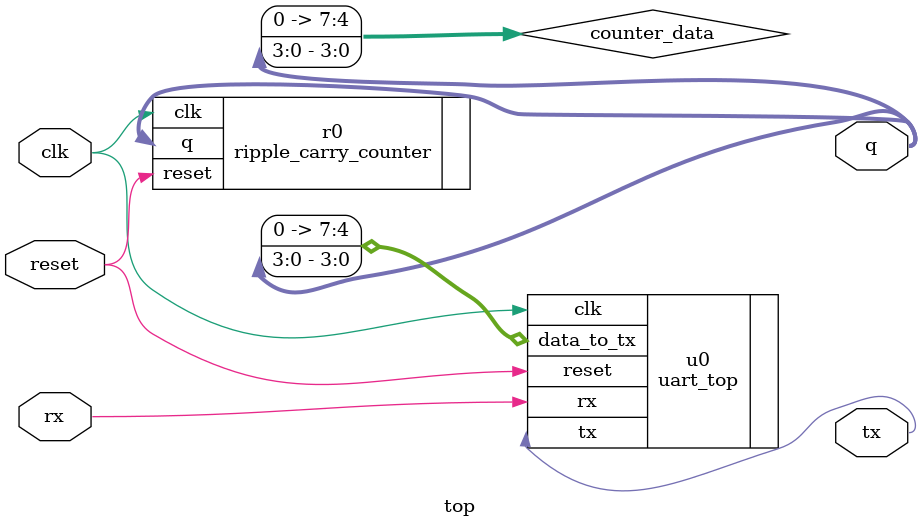
<source format=v>
module top
(
	input clk, reset,
	input rx,
	output [3:0]q, 
	output tx
);

wire [7:0] counter_data;
assign  counter_data = {4'b0000,q};

	ripple_carry_counter r0
	(
		.clk(clk),
		.reset(reset),
		.q(q)
	);
	
	uart_top u0
	(
		.clk(clk),
		.reset(reset),
		.rx(rx),
		.data_to_tx(counter_data),
		.tx(tx)
		);
endmodule
		
		
	
	
</source>
